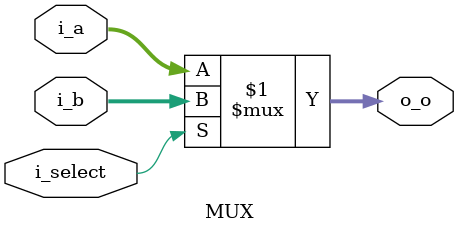
<source format=v>
`timescale 1ns / 1ps


module MUX
    #(
        parameter DATA_WIDTH = 32
    )
    (
        input [DATA_WIDTH - 1 : 0]  i_a,
        input [DATA_WIDTH - 1 : 0]  i_b,
        input                       i_select,
        output [DATA_WIDTH - 1 : 0] o_o
    );

    assign o_o = i_select ? i_b : i_a;

endmodule

</source>
